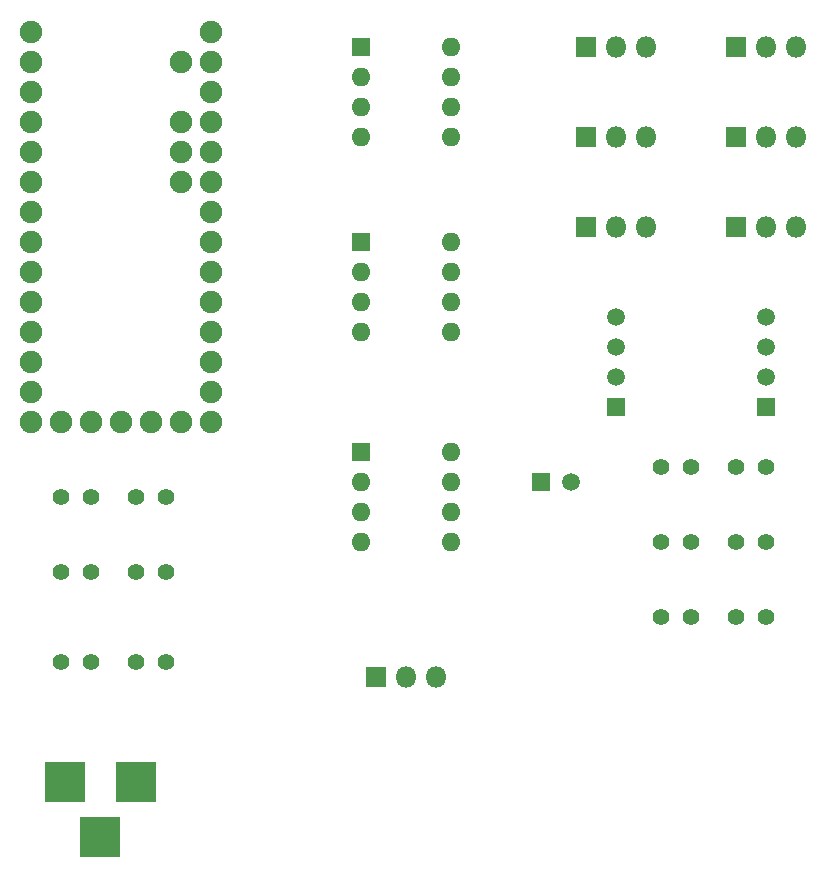
<source format=gts>
G04 #@! TF.FileFunction,Soldermask,Top*
%FSLAX46Y46*%
G04 Gerber Fmt 4.6, Leading zero omitted, Abs format (unit mm)*
G04 Created by KiCad (PCBNEW 4.0.6) date 06/12/17 17:35:17*
%MOMM*%
%LPD*%
G01*
G04 APERTURE LIST*
%ADD10C,0.150000*%
%ADD11R,1.800000X1.800000*%
%ADD12O,1.800000X1.800000*%
%ADD13R,1.600000X1.600000*%
%ADD14O,1.600000X1.600000*%
%ADD15C,1.397000*%
%ADD16R,1.500000X1.500000*%
%ADD17C,1.500000*%
%ADD18C,1.900000*%
%ADD19R,3.500000X3.500000*%
G04 APERTURE END LIST*
D10*
D11*
X229870000Y-119380000D03*
D12*
X232410000Y-119380000D03*
X234950000Y-119380000D03*
D13*
X198120000Y-119380000D03*
D14*
X205740000Y-127000000D03*
X198120000Y-121920000D03*
X205740000Y-124460000D03*
X198120000Y-124460000D03*
X205740000Y-121920000D03*
X198120000Y-127000000D03*
X205740000Y-119380000D03*
D13*
X198120000Y-135890000D03*
D14*
X205740000Y-143510000D03*
X198120000Y-138430000D03*
X205740000Y-140970000D03*
X198120000Y-140970000D03*
X205740000Y-138430000D03*
X198120000Y-143510000D03*
X205740000Y-135890000D03*
D13*
X198120000Y-153670000D03*
D14*
X205740000Y-161290000D03*
X198120000Y-156210000D03*
X205740000Y-158750000D03*
X198120000Y-158750000D03*
X205740000Y-156210000D03*
X198120000Y-161290000D03*
X205740000Y-153670000D03*
D15*
X172720000Y-157480000D03*
X175260000Y-157480000D03*
X179070000Y-157480000D03*
X181610000Y-157480000D03*
X172720000Y-163830000D03*
X175260000Y-163830000D03*
X179070000Y-163830000D03*
X181610000Y-163830000D03*
X172720000Y-171450000D03*
X175260000Y-171450000D03*
X179070000Y-171450000D03*
X181610000Y-171450000D03*
X223520000Y-154940000D03*
X226060000Y-154940000D03*
X229870000Y-154940000D03*
X232410000Y-154940000D03*
X223520000Y-161290000D03*
X226060000Y-161290000D03*
X229870000Y-161290000D03*
X232410000Y-161290000D03*
X223520000Y-167640000D03*
X226060000Y-167640000D03*
X229870000Y-167640000D03*
X232410000Y-167640000D03*
D11*
X199390000Y-172720000D03*
D12*
X201930000Y-172720000D03*
X204470000Y-172720000D03*
D16*
X219710000Y-149860000D03*
D17*
X219710000Y-147320000D03*
X219710000Y-144780000D03*
X219710000Y-142240000D03*
D16*
X232410000Y-149860000D03*
D17*
X232410000Y-147320000D03*
X232410000Y-144780000D03*
X232410000Y-142240000D03*
D11*
X217170000Y-119380000D03*
D12*
X219710000Y-119380000D03*
X222250000Y-119380000D03*
D11*
X217170000Y-127000000D03*
D12*
X219710000Y-127000000D03*
X222250000Y-127000000D03*
D11*
X217170000Y-134620000D03*
D12*
X219710000Y-134620000D03*
X222250000Y-134620000D03*
D11*
X229870000Y-127000000D03*
D12*
X232410000Y-127000000D03*
X234950000Y-127000000D03*
D11*
X229870000Y-134620000D03*
D12*
X232410000Y-134620000D03*
X234950000Y-134620000D03*
D18*
X182880000Y-130810000D03*
X182880000Y-128270000D03*
X182880000Y-125730000D03*
X182880000Y-120650000D03*
X172720000Y-151130000D03*
X175260000Y-151130000D03*
X177800000Y-151130000D03*
X180340000Y-151130000D03*
X182880000Y-151130000D03*
X170180000Y-120650000D03*
X170180000Y-123190000D03*
X170180000Y-125730000D03*
X170180000Y-128270000D03*
X170180000Y-130810000D03*
X170180000Y-133350000D03*
X170180000Y-135890000D03*
X170180000Y-138430000D03*
X170180000Y-140970000D03*
X170180000Y-143510000D03*
X170180000Y-146050000D03*
X170180000Y-148590000D03*
X170180000Y-151130000D03*
X185420000Y-151130000D03*
X185420000Y-148590000D03*
X185420000Y-146050000D03*
X185420000Y-143510000D03*
X185420000Y-140970000D03*
X185420000Y-138430000D03*
X185420000Y-135890000D03*
X185420000Y-133350000D03*
X185420000Y-130810000D03*
X185420000Y-128270000D03*
X185420000Y-125730000D03*
X185420000Y-123190000D03*
X185420000Y-120650000D03*
X185420000Y-118110000D03*
X170180000Y-118110000D03*
D16*
X213360000Y-156210000D03*
D17*
X215900000Y-156210000D03*
D19*
X179070000Y-181610000D03*
X173070000Y-181610000D03*
X176070000Y-186310000D03*
M02*

</source>
